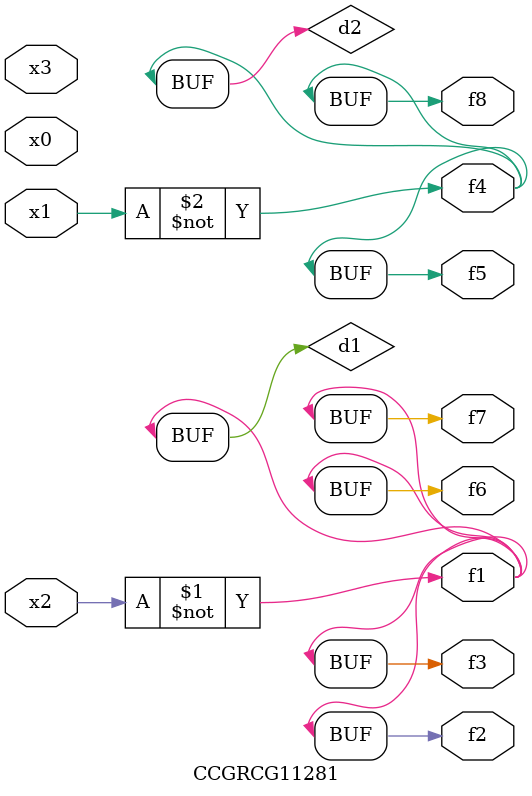
<source format=v>
module CCGRCG11281(
	input x0, x1, x2, x3,
	output f1, f2, f3, f4, f5, f6, f7, f8
);

	wire d1, d2;

	xnor (d1, x2);
	not (d2, x1);
	assign f1 = d1;
	assign f2 = d1;
	assign f3 = d1;
	assign f4 = d2;
	assign f5 = d2;
	assign f6 = d1;
	assign f7 = d1;
	assign f8 = d2;
endmodule

</source>
